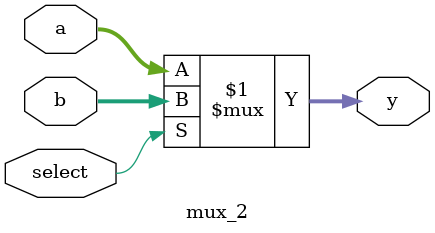
<source format=sv>
/* 2 input mux */
module mux_2(

	input wire [31:0] a,
	input wire [31:0] b,
	input wire select,
	
	output wire [31:0] y

);

assign y = select ? b : a;

endmodule

</source>
